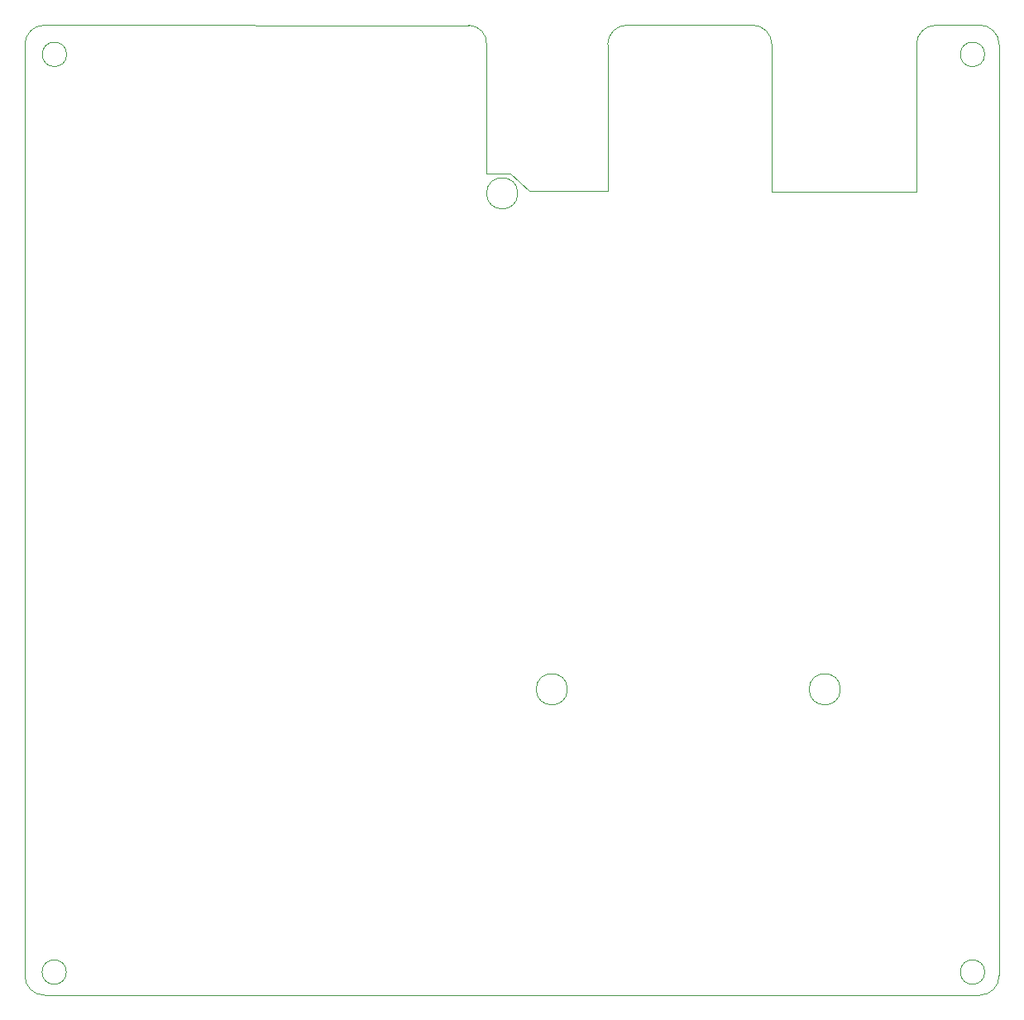
<source format=gbr>
%TF.GenerationSoftware,KiCad,Pcbnew,7.0.7*%
%TF.CreationDate,2023-09-20T14:32:49+02:00*%
%TF.ProjectId,Actuator,41637475-6174-46f7-922e-6b696361645f,v0.0*%
%TF.SameCoordinates,Original*%
%TF.FileFunction,Profile,NP*%
%FSLAX46Y46*%
G04 Gerber Fmt 4.6, Leading zero omitted, Abs format (unit mm)*
G04 Created by KiCad (PCBNEW 7.0.7) date 2023-09-20 14:32:49*
%MOMM*%
%LPD*%
G01*
G04 APERTURE LIST*
%TA.AperFunction,Profile*%
%ADD10C,0.100000*%
%TD*%
G04 APERTURE END LIST*
D10*
X149529000Y-77319000D02*
X149529000Y-62319000D01*
X91869000Y-159700000D02*
X187600000Y-159700000D01*
X166329000Y-77369000D02*
X179529000Y-77369000D01*
X187600000Y-159700000D02*
G75*
G03*
X189600000Y-157700000I0J2000000D01*
G01*
X151529000Y-60319000D02*
G75*
G03*
X149529000Y-62319000I0J-2000000D01*
G01*
X164329000Y-60319000D02*
X151529000Y-60319000D01*
X181129000Y-62343200D02*
X181129000Y-77369000D01*
X141529000Y-77319000D02*
X149529000Y-77319000D01*
X89869000Y-157700000D02*
X89869000Y-62329000D01*
X166329000Y-77169000D02*
X166329000Y-77369000D01*
X137129040Y-62344003D02*
G75*
G03*
X135294827Y-60342239I-1848440J147503D01*
G01*
X145409000Y-128359000D02*
G75*
G03*
X145409000Y-128359000I-1600000J0D01*
G01*
X139529000Y-75569000D02*
X141529000Y-77319000D01*
X137129000Y-75569000D02*
X139529000Y-75569000D01*
X166329000Y-62319000D02*
G75*
G03*
X164329000Y-60319000I-2000000J0D01*
G01*
X91869000Y-60329000D02*
G75*
G03*
X89869000Y-62329000I0J-2000000D01*
G01*
X187600000Y-60329000D02*
X183143214Y-60329000D01*
X189600000Y-62329000D02*
X189600000Y-157700000D01*
X94119000Y-157329000D02*
G75*
G03*
X94119000Y-157329000I-1250000J0D01*
G01*
X166329000Y-76769000D02*
X166329000Y-77169000D01*
X91869000Y-60329000D02*
X135294827Y-60342238D01*
X137129000Y-62344000D02*
X137129000Y-75569000D01*
X179529000Y-77369000D02*
X181129000Y-77369000D01*
X188119000Y-63329000D02*
G75*
G03*
X188119000Y-63329000I-1250000J0D01*
G01*
X89869000Y-157700000D02*
G75*
G03*
X91869000Y-159700000I2000000J0D01*
G01*
X189600000Y-62329000D02*
G75*
G03*
X187600000Y-60329000I-2000000J0D01*
G01*
X173349000Y-128359000D02*
G75*
G03*
X173349000Y-128359000I-1600000J0D01*
G01*
X183143214Y-60329000D02*
G75*
G03*
X181129000Y-62343200I-14J-2014200D01*
G01*
X188119000Y-157329000D02*
G75*
G03*
X188119000Y-157329000I-1250000J0D01*
G01*
X140329000Y-77559000D02*
G75*
G03*
X140329000Y-77559000I-1600000J0D01*
G01*
X166329000Y-72319000D02*
X166329000Y-62319000D01*
X166329000Y-72319000D02*
X166329000Y-76769000D01*
X94146000Y-63329000D02*
G75*
G03*
X94146000Y-63329000I-1250000J0D01*
G01*
M02*

</source>
